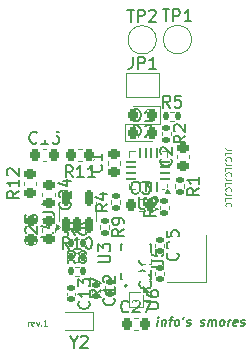
<source format=gbr>
%TF.GenerationSoftware,KiCad,Pcbnew,9.0.0*%
%TF.CreationDate,2025-08-18T16:34:53+09:00*%
%TF.ProjectId,SMORES,534d4f52-4553-42e6-9b69-6361645f7063,rev?*%
%TF.SameCoordinates,Original*%
%TF.FileFunction,Legend,Top*%
%TF.FilePolarity,Positive*%
%FSLAX46Y46*%
G04 Gerber Fmt 4.6, Leading zero omitted, Abs format (unit mm)*
G04 Created by KiCad (PCBNEW 9.0.0) date 2025-08-18 16:34:53*
%MOMM*%
%LPD*%
G01*
G04 APERTURE LIST*
G04 Aperture macros list*
%AMRoundRect*
0 Rectangle with rounded corners*
0 $1 Rounding radius*
0 $2 $3 $4 $5 $6 $7 $8 $9 X,Y pos of 4 corners*
0 Add a 4 corners polygon primitive as box body*
4,1,4,$2,$3,$4,$5,$6,$7,$8,$9,$2,$3,0*
0 Add four circle primitives for the rounded corners*
1,1,$1+$1,$2,$3*
1,1,$1+$1,$4,$5*
1,1,$1+$1,$6,$7*
1,1,$1+$1,$8,$9*
0 Add four rect primitives between the rounded corners*
20,1,$1+$1,$2,$3,$4,$5,0*
20,1,$1+$1,$4,$5,$6,$7,0*
20,1,$1+$1,$6,$7,$8,$9,0*
20,1,$1+$1,$8,$9,$2,$3,0*%
G04 Aperture macros list end*
%ADD10C,0.150000*%
%ADD11C,0.062500*%
%ADD12C,0.120000*%
%ADD13C,0.127000*%
%ADD14C,0.200000*%
%ADD15C,0.010000*%
%ADD16RoundRect,0.225000X-0.225000X-0.250000X0.225000X-0.250000X0.225000X0.250000X-0.225000X0.250000X0*%
%ADD17RoundRect,0.140000X-0.170000X0.140000X-0.170000X-0.140000X0.170000X-0.140000X0.170000X0.140000X0*%
%ADD18RoundRect,0.135000X-0.185000X0.135000X-0.185000X-0.135000X0.185000X-0.135000X0.185000X0.135000X0*%
%ADD19RoundRect,0.218750X-0.218750X-0.256250X0.218750X-0.256250X0.218750X0.256250X-0.218750X0.256250X0*%
%ADD20C,2.000000*%
%ADD21C,0.240000*%
%ADD22RoundRect,0.140000X0.170000X-0.140000X0.170000X0.140000X-0.170000X0.140000X-0.170000X-0.140000X0*%
%ADD23RoundRect,0.135000X-0.135000X-0.185000X0.135000X-0.185000X0.135000X0.185000X-0.135000X0.185000X0*%
%ADD24RoundRect,0.135000X0.185000X-0.135000X0.185000X0.135000X-0.185000X0.135000X-0.185000X-0.135000X0*%
%ADD25RoundRect,0.225000X-0.250000X0.225000X-0.250000X-0.225000X0.250000X-0.225000X0.250000X0.225000X0*%
%ADD26RoundRect,0.150000X0.150000X-0.512500X0.150000X0.512500X-0.150000X0.512500X-0.150000X-0.512500X0*%
%ADD27R,0.600000X1.100000*%
%ADD28RoundRect,0.218750X0.218750X0.256250X-0.218750X0.256250X-0.218750X-0.256250X0.218750X-0.256250X0*%
%ADD29RoundRect,0.225000X0.250000X-0.225000X0.250000X0.225000X-0.250000X0.225000X-0.250000X-0.225000X0*%
%ADD30R,1.200000X1.400000*%
%ADD31RoundRect,0.218750X-0.256250X0.218750X-0.256250X-0.218750X0.256250X-0.218750X0.256250X0.218750X0*%
%ADD32R,1.000000X1.500000*%
%ADD33RoundRect,0.225000X0.225000X0.250000X-0.225000X0.250000X-0.225000X-0.250000X0.225000X-0.250000X0*%
%ADD34RoundRect,0.062500X0.375000X0.062500X-0.375000X0.062500X-0.375000X-0.062500X0.375000X-0.062500X0*%
%ADD35RoundRect,0.062500X0.062500X0.375000X-0.062500X0.375000X-0.062500X-0.375000X0.062500X-0.375000X0*%
%ADD36R,1.600000X1.600000*%
%ADD37C,0.850000*%
%ADD38C,0.650000*%
%ADD39O,1.600000X1.000000*%
%ADD40O,2.100000X1.000000*%
G04 APERTURE END LIST*
D10*
X177022791Y-100900414D02*
X177085291Y-100400414D01*
X177116541Y-100150414D02*
X177076362Y-100186128D01*
X177076362Y-100186128D02*
X177107612Y-100221842D01*
X177107612Y-100221842D02*
X177147791Y-100186128D01*
X177147791Y-100186128D02*
X177116541Y-100150414D01*
X177116541Y-100150414D02*
X177107612Y-100221842D01*
X177442434Y-100400414D02*
X177379934Y-100900414D01*
X177433505Y-100471842D02*
X177473684Y-100436128D01*
X177473684Y-100436128D02*
X177549577Y-100400414D01*
X177549577Y-100400414D02*
X177656719Y-100400414D01*
X177656719Y-100400414D02*
X177723684Y-100436128D01*
X177723684Y-100436128D02*
X177750469Y-100507557D01*
X177750469Y-100507557D02*
X177701362Y-100900414D01*
X178013862Y-100400414D02*
X178299576Y-100400414D01*
X178058505Y-100900414D02*
X178138862Y-100257557D01*
X178138862Y-100257557D02*
X178183505Y-100186128D01*
X178183505Y-100186128D02*
X178259398Y-100150414D01*
X178259398Y-100150414D02*
X178330826Y-100150414D01*
X178594219Y-100900414D02*
X178527254Y-100864700D01*
X178527254Y-100864700D02*
X178496004Y-100828985D01*
X178496004Y-100828985D02*
X178469219Y-100757557D01*
X178469219Y-100757557D02*
X178496004Y-100543271D01*
X178496004Y-100543271D02*
X178540647Y-100471842D01*
X178540647Y-100471842D02*
X178580826Y-100436128D01*
X178580826Y-100436128D02*
X178656719Y-100400414D01*
X178656719Y-100400414D02*
X178763861Y-100400414D01*
X178763861Y-100400414D02*
X178830826Y-100436128D01*
X178830826Y-100436128D02*
X178862076Y-100471842D01*
X178862076Y-100471842D02*
X178888861Y-100543271D01*
X178888861Y-100543271D02*
X178862076Y-100757557D01*
X178862076Y-100757557D02*
X178817433Y-100828985D01*
X178817433Y-100828985D02*
X178777254Y-100864700D01*
X178777254Y-100864700D02*
X178701361Y-100900414D01*
X178701361Y-100900414D02*
X178594219Y-100900414D01*
X179295111Y-100150414D02*
X179205825Y-100293271D01*
X179491540Y-100864700D02*
X179558504Y-100900414D01*
X179558504Y-100900414D02*
X179701361Y-100900414D01*
X179701361Y-100900414D02*
X179777254Y-100864700D01*
X179777254Y-100864700D02*
X179821897Y-100793271D01*
X179821897Y-100793271D02*
X179826361Y-100757557D01*
X179826361Y-100757557D02*
X179799575Y-100686128D01*
X179799575Y-100686128D02*
X179732611Y-100650414D01*
X179732611Y-100650414D02*
X179625468Y-100650414D01*
X179625468Y-100650414D02*
X179558504Y-100614700D01*
X179558504Y-100614700D02*
X179531718Y-100543271D01*
X179531718Y-100543271D02*
X179536183Y-100507557D01*
X179536183Y-100507557D02*
X179580825Y-100436128D01*
X179580825Y-100436128D02*
X179656718Y-100400414D01*
X179656718Y-100400414D02*
X179763861Y-100400414D01*
X179763861Y-100400414D02*
X179830825Y-100436128D01*
X180670112Y-100864700D02*
X180737076Y-100900414D01*
X180737076Y-100900414D02*
X180879933Y-100900414D01*
X180879933Y-100900414D02*
X180955826Y-100864700D01*
X180955826Y-100864700D02*
X181000469Y-100793271D01*
X181000469Y-100793271D02*
X181004933Y-100757557D01*
X181004933Y-100757557D02*
X180978147Y-100686128D01*
X180978147Y-100686128D02*
X180911183Y-100650414D01*
X180911183Y-100650414D02*
X180804040Y-100650414D01*
X180804040Y-100650414D02*
X180737076Y-100614700D01*
X180737076Y-100614700D02*
X180710290Y-100543271D01*
X180710290Y-100543271D02*
X180714755Y-100507557D01*
X180714755Y-100507557D02*
X180759397Y-100436128D01*
X180759397Y-100436128D02*
X180835290Y-100400414D01*
X180835290Y-100400414D02*
X180942433Y-100400414D01*
X180942433Y-100400414D02*
X181009397Y-100436128D01*
X181308505Y-100900414D02*
X181371005Y-100400414D01*
X181362076Y-100471842D02*
X181402255Y-100436128D01*
X181402255Y-100436128D02*
X181478148Y-100400414D01*
X181478148Y-100400414D02*
X181585290Y-100400414D01*
X181585290Y-100400414D02*
X181652255Y-100436128D01*
X181652255Y-100436128D02*
X181679040Y-100507557D01*
X181679040Y-100507557D02*
X181629933Y-100900414D01*
X181679040Y-100507557D02*
X181723683Y-100436128D01*
X181723683Y-100436128D02*
X181799576Y-100400414D01*
X181799576Y-100400414D02*
X181906719Y-100400414D01*
X181906719Y-100400414D02*
X181973683Y-100436128D01*
X181973683Y-100436128D02*
X182000469Y-100507557D01*
X182000469Y-100507557D02*
X181951362Y-100900414D01*
X182415648Y-100900414D02*
X182348683Y-100864700D01*
X182348683Y-100864700D02*
X182317433Y-100828985D01*
X182317433Y-100828985D02*
X182290648Y-100757557D01*
X182290648Y-100757557D02*
X182317433Y-100543271D01*
X182317433Y-100543271D02*
X182362076Y-100471842D01*
X182362076Y-100471842D02*
X182402255Y-100436128D01*
X182402255Y-100436128D02*
X182478148Y-100400414D01*
X182478148Y-100400414D02*
X182585290Y-100400414D01*
X182585290Y-100400414D02*
X182652255Y-100436128D01*
X182652255Y-100436128D02*
X182683505Y-100471842D01*
X182683505Y-100471842D02*
X182710290Y-100543271D01*
X182710290Y-100543271D02*
X182683505Y-100757557D01*
X182683505Y-100757557D02*
X182638862Y-100828985D01*
X182638862Y-100828985D02*
X182598683Y-100864700D01*
X182598683Y-100864700D02*
X182522790Y-100900414D01*
X182522790Y-100900414D02*
X182415648Y-100900414D01*
X182987076Y-100900414D02*
X183049576Y-100400414D01*
X183031719Y-100543271D02*
X183076361Y-100471842D01*
X183076361Y-100471842D02*
X183116540Y-100436128D01*
X183116540Y-100436128D02*
X183192433Y-100400414D01*
X183192433Y-100400414D02*
X183263861Y-100400414D01*
X183741540Y-100864700D02*
X183665647Y-100900414D01*
X183665647Y-100900414D02*
X183522790Y-100900414D01*
X183522790Y-100900414D02*
X183455826Y-100864700D01*
X183455826Y-100864700D02*
X183429040Y-100793271D01*
X183429040Y-100793271D02*
X183464755Y-100507557D01*
X183464755Y-100507557D02*
X183509397Y-100436128D01*
X183509397Y-100436128D02*
X183585290Y-100400414D01*
X183585290Y-100400414D02*
X183728147Y-100400414D01*
X183728147Y-100400414D02*
X183795112Y-100436128D01*
X183795112Y-100436128D02*
X183821897Y-100507557D01*
X183821897Y-100507557D02*
X183812969Y-100578985D01*
X183812969Y-100578985D02*
X183446897Y-100650414D01*
X184062969Y-100864700D02*
X184129933Y-100900414D01*
X184129933Y-100900414D02*
X184272790Y-100900414D01*
X184272790Y-100900414D02*
X184348683Y-100864700D01*
X184348683Y-100864700D02*
X184393326Y-100793271D01*
X184393326Y-100793271D02*
X184397790Y-100757557D01*
X184397790Y-100757557D02*
X184371004Y-100686128D01*
X184371004Y-100686128D02*
X184304040Y-100650414D01*
X184304040Y-100650414D02*
X184196897Y-100650414D01*
X184196897Y-100650414D02*
X184129933Y-100614700D01*
X184129933Y-100614700D02*
X184103147Y-100543271D01*
X184103147Y-100543271D02*
X184107612Y-100507557D01*
X184107612Y-100507557D02*
X184152254Y-100436128D01*
X184152254Y-100436128D02*
X184228147Y-100400414D01*
X184228147Y-100400414D02*
X184335290Y-100400414D01*
X184335290Y-100400414D02*
X184402254Y-100436128D01*
D11*
X166060165Y-100885559D02*
X166060165Y-100552226D01*
X166060165Y-100647464D02*
X166083975Y-100599845D01*
X166083975Y-100599845D02*
X166107784Y-100576035D01*
X166107784Y-100576035D02*
X166155403Y-100552226D01*
X166155403Y-100552226D02*
X166203022Y-100552226D01*
X166560165Y-100861750D02*
X166512546Y-100885559D01*
X166512546Y-100885559D02*
X166417308Y-100885559D01*
X166417308Y-100885559D02*
X166369689Y-100861750D01*
X166369689Y-100861750D02*
X166345880Y-100814130D01*
X166345880Y-100814130D02*
X166345880Y-100623654D01*
X166345880Y-100623654D02*
X166369689Y-100576035D01*
X166369689Y-100576035D02*
X166417308Y-100552226D01*
X166417308Y-100552226D02*
X166512546Y-100552226D01*
X166512546Y-100552226D02*
X166560165Y-100576035D01*
X166560165Y-100576035D02*
X166583975Y-100623654D01*
X166583975Y-100623654D02*
X166583975Y-100671273D01*
X166583975Y-100671273D02*
X166345880Y-100718892D01*
X166750641Y-100552226D02*
X166869689Y-100885559D01*
X166869689Y-100885559D02*
X166988736Y-100552226D01*
X167179212Y-100837940D02*
X167203022Y-100861750D01*
X167203022Y-100861750D02*
X167179212Y-100885559D01*
X167179212Y-100885559D02*
X167155403Y-100861750D01*
X167155403Y-100861750D02*
X167179212Y-100837940D01*
X167179212Y-100837940D02*
X167179212Y-100885559D01*
X167679212Y-100885559D02*
X167393498Y-100885559D01*
X167536355Y-100885559D02*
X167536355Y-100385559D01*
X167536355Y-100385559D02*
X167488736Y-100456988D01*
X167488736Y-100456988D02*
X167441117Y-100504607D01*
X167441117Y-100504607D02*
X167393498Y-100528416D01*
X183264440Y-86003022D02*
X182907297Y-86003022D01*
X182907297Y-86003022D02*
X182835869Y-85979213D01*
X182835869Y-85979213D02*
X182788250Y-85931594D01*
X182788250Y-85931594D02*
X182764440Y-85860165D01*
X182764440Y-85860165D02*
X182764440Y-85812546D01*
X182764440Y-86479212D02*
X182764440Y-86241117D01*
X182764440Y-86241117D02*
X183264440Y-86241117D01*
X182812059Y-86931593D02*
X182788250Y-86907784D01*
X182788250Y-86907784D02*
X182764440Y-86836355D01*
X182764440Y-86836355D02*
X182764440Y-86788736D01*
X182764440Y-86788736D02*
X182788250Y-86717308D01*
X182788250Y-86717308D02*
X182835869Y-86669689D01*
X182835869Y-86669689D02*
X182883488Y-86645879D01*
X182883488Y-86645879D02*
X182978726Y-86622070D01*
X182978726Y-86622070D02*
X183050154Y-86622070D01*
X183050154Y-86622070D02*
X183145392Y-86645879D01*
X183145392Y-86645879D02*
X183193011Y-86669689D01*
X183193011Y-86669689D02*
X183240630Y-86717308D01*
X183240630Y-86717308D02*
X183264440Y-86788736D01*
X183264440Y-86788736D02*
X183264440Y-86836355D01*
X183264440Y-86836355D02*
X183240630Y-86907784D01*
X183240630Y-86907784D02*
X183216821Y-86931593D01*
X183264440Y-87288736D02*
X182907297Y-87288736D01*
X182907297Y-87288736D02*
X182835869Y-87264927D01*
X182835869Y-87264927D02*
X182788250Y-87217308D01*
X182788250Y-87217308D02*
X182764440Y-87145879D01*
X182764440Y-87145879D02*
X182764440Y-87098260D01*
X182764440Y-87764926D02*
X182764440Y-87526831D01*
X182764440Y-87526831D02*
X183264440Y-87526831D01*
X182812059Y-88217307D02*
X182788250Y-88193498D01*
X182788250Y-88193498D02*
X182764440Y-88122069D01*
X182764440Y-88122069D02*
X182764440Y-88074450D01*
X182764440Y-88074450D02*
X182788250Y-88003022D01*
X182788250Y-88003022D02*
X182835869Y-87955403D01*
X182835869Y-87955403D02*
X182883488Y-87931593D01*
X182883488Y-87931593D02*
X182978726Y-87907784D01*
X182978726Y-87907784D02*
X183050154Y-87907784D01*
X183050154Y-87907784D02*
X183145392Y-87931593D01*
X183145392Y-87931593D02*
X183193011Y-87955403D01*
X183193011Y-87955403D02*
X183240630Y-88003022D01*
X183240630Y-88003022D02*
X183264440Y-88074450D01*
X183264440Y-88074450D02*
X183264440Y-88122069D01*
X183264440Y-88122069D02*
X183240630Y-88193498D01*
X183240630Y-88193498D02*
X183216821Y-88217307D01*
X183264440Y-88574450D02*
X182907297Y-88574450D01*
X182907297Y-88574450D02*
X182835869Y-88550641D01*
X182835869Y-88550641D02*
X182788250Y-88503022D01*
X182788250Y-88503022D02*
X182764440Y-88431593D01*
X182764440Y-88431593D02*
X182764440Y-88383974D01*
X182764440Y-89050640D02*
X182764440Y-88812545D01*
X182764440Y-88812545D02*
X183264440Y-88812545D01*
X182812059Y-89503021D02*
X182788250Y-89479212D01*
X182788250Y-89479212D02*
X182764440Y-89407783D01*
X182764440Y-89407783D02*
X182764440Y-89360164D01*
X182764440Y-89360164D02*
X182788250Y-89288736D01*
X182788250Y-89288736D02*
X182835869Y-89241117D01*
X182835869Y-89241117D02*
X182883488Y-89217307D01*
X182883488Y-89217307D02*
X182978726Y-89193498D01*
X182978726Y-89193498D02*
X183050154Y-89193498D01*
X183050154Y-89193498D02*
X183145392Y-89217307D01*
X183145392Y-89217307D02*
X183193011Y-89241117D01*
X183193011Y-89241117D02*
X183240630Y-89288736D01*
X183240630Y-89288736D02*
X183264440Y-89360164D01*
X183264440Y-89360164D02*
X183264440Y-89407783D01*
X183264440Y-89407783D02*
X183240630Y-89479212D01*
X183240630Y-89479212D02*
X183216821Y-89503021D01*
X183264440Y-89860164D02*
X182907297Y-89860164D01*
X182907297Y-89860164D02*
X182835869Y-89836355D01*
X182835869Y-89836355D02*
X182788250Y-89788736D01*
X182788250Y-89788736D02*
X182764440Y-89717307D01*
X182764440Y-89717307D02*
X182764440Y-89669688D01*
X182764440Y-90336354D02*
X182764440Y-90098259D01*
X182764440Y-90098259D02*
X183264440Y-90098259D01*
X182812059Y-90788735D02*
X182788250Y-90764926D01*
X182788250Y-90764926D02*
X182764440Y-90693497D01*
X182764440Y-90693497D02*
X182764440Y-90645878D01*
X182764440Y-90645878D02*
X182788250Y-90574450D01*
X182788250Y-90574450D02*
X182835869Y-90526831D01*
X182835869Y-90526831D02*
X182883488Y-90503021D01*
X182883488Y-90503021D02*
X182978726Y-90479212D01*
X182978726Y-90479212D02*
X183050154Y-90479212D01*
X183050154Y-90479212D02*
X183145392Y-90503021D01*
X183145392Y-90503021D02*
X183193011Y-90526831D01*
X183193011Y-90526831D02*
X183240630Y-90574450D01*
X183240630Y-90574450D02*
X183264440Y-90645878D01*
X183264440Y-90645878D02*
X183264440Y-90693497D01*
X183264440Y-90693497D02*
X183240630Y-90764926D01*
X183240630Y-90764926D02*
X183216821Y-90788735D01*
D10*
X166807142Y-85379580D02*
X166759523Y-85427200D01*
X166759523Y-85427200D02*
X166616666Y-85474819D01*
X166616666Y-85474819D02*
X166521428Y-85474819D01*
X166521428Y-85474819D02*
X166378571Y-85427200D01*
X166378571Y-85427200D02*
X166283333Y-85331961D01*
X166283333Y-85331961D02*
X166235714Y-85236723D01*
X166235714Y-85236723D02*
X166188095Y-85046247D01*
X166188095Y-85046247D02*
X166188095Y-84903390D01*
X166188095Y-84903390D02*
X166235714Y-84712914D01*
X166235714Y-84712914D02*
X166283333Y-84617676D01*
X166283333Y-84617676D02*
X166378571Y-84522438D01*
X166378571Y-84522438D02*
X166521428Y-84474819D01*
X166521428Y-84474819D02*
X166616666Y-84474819D01*
X166616666Y-84474819D02*
X166759523Y-84522438D01*
X166759523Y-84522438D02*
X166807142Y-84570057D01*
X167759523Y-85474819D02*
X167188095Y-85474819D01*
X167473809Y-85474819D02*
X167473809Y-84474819D01*
X167473809Y-84474819D02*
X167378571Y-84617676D01*
X167378571Y-84617676D02*
X167283333Y-84712914D01*
X167283333Y-84712914D02*
X167188095Y-84760533D01*
X168664285Y-84474819D02*
X168188095Y-84474819D01*
X168188095Y-84474819D02*
X168140476Y-84951009D01*
X168140476Y-84951009D02*
X168188095Y-84903390D01*
X168188095Y-84903390D02*
X168283333Y-84855771D01*
X168283333Y-84855771D02*
X168521428Y-84855771D01*
X168521428Y-84855771D02*
X168616666Y-84903390D01*
X168616666Y-84903390D02*
X168664285Y-84951009D01*
X168664285Y-84951009D02*
X168711904Y-85046247D01*
X168711904Y-85046247D02*
X168711904Y-85284342D01*
X168711904Y-85284342D02*
X168664285Y-85379580D01*
X168664285Y-85379580D02*
X168616666Y-85427200D01*
X168616666Y-85427200D02*
X168521428Y-85474819D01*
X168521428Y-85474819D02*
X168283333Y-85474819D01*
X168283333Y-85474819D02*
X168188095Y-85427200D01*
X168188095Y-85427200D02*
X168140476Y-85379580D01*
X171219580Y-98842857D02*
X171267200Y-98890476D01*
X171267200Y-98890476D02*
X171314819Y-99033333D01*
X171314819Y-99033333D02*
X171314819Y-99128571D01*
X171314819Y-99128571D02*
X171267200Y-99271428D01*
X171267200Y-99271428D02*
X171171961Y-99366666D01*
X171171961Y-99366666D02*
X171076723Y-99414285D01*
X171076723Y-99414285D02*
X170886247Y-99461904D01*
X170886247Y-99461904D02*
X170743390Y-99461904D01*
X170743390Y-99461904D02*
X170552914Y-99414285D01*
X170552914Y-99414285D02*
X170457676Y-99366666D01*
X170457676Y-99366666D02*
X170362438Y-99271428D01*
X170362438Y-99271428D02*
X170314819Y-99128571D01*
X170314819Y-99128571D02*
X170314819Y-99033333D01*
X170314819Y-99033333D02*
X170362438Y-98890476D01*
X170362438Y-98890476D02*
X170410057Y-98842857D01*
X171314819Y-97890476D02*
X171314819Y-98461904D01*
X171314819Y-98176190D02*
X170314819Y-98176190D01*
X170314819Y-98176190D02*
X170457676Y-98271428D01*
X170457676Y-98271428D02*
X170552914Y-98366666D01*
X170552914Y-98366666D02*
X170600533Y-98461904D01*
X170314819Y-97557142D02*
X170314819Y-96938095D01*
X170314819Y-96938095D02*
X170695771Y-97271428D01*
X170695771Y-97271428D02*
X170695771Y-97128571D01*
X170695771Y-97128571D02*
X170743390Y-97033333D01*
X170743390Y-97033333D02*
X170791009Y-96985714D01*
X170791009Y-96985714D02*
X170886247Y-96938095D01*
X170886247Y-96938095D02*
X171124342Y-96938095D01*
X171124342Y-96938095D02*
X171219580Y-96985714D01*
X171219580Y-96985714D02*
X171267200Y-97033333D01*
X171267200Y-97033333D02*
X171314819Y-97128571D01*
X171314819Y-97128571D02*
X171314819Y-97414285D01*
X171314819Y-97414285D02*
X171267200Y-97509523D01*
X171267200Y-97509523D02*
X171219580Y-97557142D01*
X174174819Y-92716666D02*
X173698628Y-93049999D01*
X174174819Y-93288094D02*
X173174819Y-93288094D01*
X173174819Y-93288094D02*
X173174819Y-92907142D01*
X173174819Y-92907142D02*
X173222438Y-92811904D01*
X173222438Y-92811904D02*
X173270057Y-92764285D01*
X173270057Y-92764285D02*
X173365295Y-92716666D01*
X173365295Y-92716666D02*
X173508152Y-92716666D01*
X173508152Y-92716666D02*
X173603390Y-92764285D01*
X173603390Y-92764285D02*
X173651009Y-92811904D01*
X173651009Y-92811904D02*
X173698628Y-92907142D01*
X173698628Y-92907142D02*
X173698628Y-93288094D01*
X174174819Y-92240475D02*
X174174819Y-92049999D01*
X174174819Y-92049999D02*
X174127200Y-91954761D01*
X174127200Y-91954761D02*
X174079580Y-91907142D01*
X174079580Y-91907142D02*
X173936723Y-91811904D01*
X173936723Y-91811904D02*
X173746247Y-91764285D01*
X173746247Y-91764285D02*
X173365295Y-91764285D01*
X173365295Y-91764285D02*
X173270057Y-91811904D01*
X173270057Y-91811904D02*
X173222438Y-91859523D01*
X173222438Y-91859523D02*
X173174819Y-91954761D01*
X173174819Y-91954761D02*
X173174819Y-92145237D01*
X173174819Y-92145237D02*
X173222438Y-92240475D01*
X173222438Y-92240475D02*
X173270057Y-92288094D01*
X173270057Y-92288094D02*
X173365295Y-92335713D01*
X173365295Y-92335713D02*
X173603390Y-92335713D01*
X173603390Y-92335713D02*
X173698628Y-92288094D01*
X173698628Y-92288094D02*
X173746247Y-92240475D01*
X173746247Y-92240475D02*
X173793866Y-92145237D01*
X173793866Y-92145237D02*
X173793866Y-91954761D01*
X173793866Y-91954761D02*
X173746247Y-91859523D01*
X173746247Y-91859523D02*
X173698628Y-91811904D01*
X173698628Y-91811904D02*
X173603390Y-91764285D01*
X175036905Y-83574819D02*
X175036905Y-82574819D01*
X175036905Y-82574819D02*
X175275000Y-82574819D01*
X175275000Y-82574819D02*
X175417857Y-82622438D01*
X175417857Y-82622438D02*
X175513095Y-82717676D01*
X175513095Y-82717676D02*
X175560714Y-82812914D01*
X175560714Y-82812914D02*
X175608333Y-83003390D01*
X175608333Y-83003390D02*
X175608333Y-83146247D01*
X175608333Y-83146247D02*
X175560714Y-83336723D01*
X175560714Y-83336723D02*
X175513095Y-83431961D01*
X175513095Y-83431961D02*
X175417857Y-83527200D01*
X175417857Y-83527200D02*
X175275000Y-83574819D01*
X175275000Y-83574819D02*
X175036905Y-83574819D01*
X176560714Y-83574819D02*
X175989286Y-83574819D01*
X176275000Y-83574819D02*
X176275000Y-82574819D01*
X176275000Y-82574819D02*
X176179762Y-82717676D01*
X176179762Y-82717676D02*
X176084524Y-82812914D01*
X176084524Y-82812914D02*
X175989286Y-82860533D01*
X178719580Y-94742857D02*
X178767200Y-94790476D01*
X178767200Y-94790476D02*
X178814819Y-94933333D01*
X178814819Y-94933333D02*
X178814819Y-95028571D01*
X178814819Y-95028571D02*
X178767200Y-95171428D01*
X178767200Y-95171428D02*
X178671961Y-95266666D01*
X178671961Y-95266666D02*
X178576723Y-95314285D01*
X178576723Y-95314285D02*
X178386247Y-95361904D01*
X178386247Y-95361904D02*
X178243390Y-95361904D01*
X178243390Y-95361904D02*
X178052914Y-95314285D01*
X178052914Y-95314285D02*
X177957676Y-95266666D01*
X177957676Y-95266666D02*
X177862438Y-95171428D01*
X177862438Y-95171428D02*
X177814819Y-95028571D01*
X177814819Y-95028571D02*
X177814819Y-94933333D01*
X177814819Y-94933333D02*
X177862438Y-94790476D01*
X177862438Y-94790476D02*
X177910057Y-94742857D01*
X177910057Y-94361904D02*
X177862438Y-94314285D01*
X177862438Y-94314285D02*
X177814819Y-94219047D01*
X177814819Y-94219047D02*
X177814819Y-93980952D01*
X177814819Y-93980952D02*
X177862438Y-93885714D01*
X177862438Y-93885714D02*
X177910057Y-93838095D01*
X177910057Y-93838095D02*
X178005295Y-93790476D01*
X178005295Y-93790476D02*
X178100533Y-93790476D01*
X178100533Y-93790476D02*
X178243390Y-93838095D01*
X178243390Y-93838095D02*
X178814819Y-94409523D01*
X178814819Y-94409523D02*
X178814819Y-93790476D01*
X177814819Y-92885714D02*
X177814819Y-93361904D01*
X177814819Y-93361904D02*
X178291009Y-93409523D01*
X178291009Y-93409523D02*
X178243390Y-93361904D01*
X178243390Y-93361904D02*
X178195771Y-93266666D01*
X178195771Y-93266666D02*
X178195771Y-93028571D01*
X178195771Y-93028571D02*
X178243390Y-92933333D01*
X178243390Y-92933333D02*
X178291009Y-92885714D01*
X178291009Y-92885714D02*
X178386247Y-92838095D01*
X178386247Y-92838095D02*
X178624342Y-92838095D01*
X178624342Y-92838095D02*
X178719580Y-92885714D01*
X178719580Y-92885714D02*
X178767200Y-92933333D01*
X178767200Y-92933333D02*
X178814819Y-93028571D01*
X178814819Y-93028571D02*
X178814819Y-93266666D01*
X178814819Y-93266666D02*
X178767200Y-93361904D01*
X178767200Y-93361904D02*
X178719580Y-93409523D01*
X177458095Y-74126819D02*
X178029523Y-74126819D01*
X177743809Y-75126819D02*
X177743809Y-74126819D01*
X178362857Y-75126819D02*
X178362857Y-74126819D01*
X178362857Y-74126819D02*
X178743809Y-74126819D01*
X178743809Y-74126819D02*
X178839047Y-74174438D01*
X178839047Y-74174438D02*
X178886666Y-74222057D01*
X178886666Y-74222057D02*
X178934285Y-74317295D01*
X178934285Y-74317295D02*
X178934285Y-74460152D01*
X178934285Y-74460152D02*
X178886666Y-74555390D01*
X178886666Y-74555390D02*
X178839047Y-74603009D01*
X178839047Y-74603009D02*
X178743809Y-74650628D01*
X178743809Y-74650628D02*
X178362857Y-74650628D01*
X179886666Y-75126819D02*
X179315238Y-75126819D01*
X179600952Y-75126819D02*
X179600952Y-74126819D01*
X179600952Y-74126819D02*
X179505714Y-74269676D01*
X179505714Y-74269676D02*
X179410476Y-74364914D01*
X179410476Y-74364914D02*
X179315238Y-74412533D01*
X176099819Y-99461904D02*
X176909342Y-99461904D01*
X176909342Y-99461904D02*
X177004580Y-99414285D01*
X177004580Y-99414285D02*
X177052200Y-99366666D01*
X177052200Y-99366666D02*
X177099819Y-99271428D01*
X177099819Y-99271428D02*
X177099819Y-99080952D01*
X177099819Y-99080952D02*
X177052200Y-98985714D01*
X177052200Y-98985714D02*
X177004580Y-98938095D01*
X177004580Y-98938095D02*
X176909342Y-98890476D01*
X176909342Y-98890476D02*
X176099819Y-98890476D01*
X176099819Y-97985714D02*
X176099819Y-98176190D01*
X176099819Y-98176190D02*
X176147438Y-98271428D01*
X176147438Y-98271428D02*
X176195057Y-98319047D01*
X176195057Y-98319047D02*
X176337914Y-98414285D01*
X176337914Y-98414285D02*
X176528390Y-98461904D01*
X176528390Y-98461904D02*
X176909342Y-98461904D01*
X176909342Y-98461904D02*
X177004580Y-98414285D01*
X177004580Y-98414285D02*
X177052200Y-98366666D01*
X177052200Y-98366666D02*
X177099819Y-98271428D01*
X177099819Y-98271428D02*
X177099819Y-98080952D01*
X177099819Y-98080952D02*
X177052200Y-97985714D01*
X177052200Y-97985714D02*
X177004580Y-97938095D01*
X177004580Y-97938095D02*
X176909342Y-97890476D01*
X176909342Y-97890476D02*
X176671247Y-97890476D01*
X176671247Y-97890476D02*
X176576009Y-97938095D01*
X176576009Y-97938095D02*
X176528390Y-97985714D01*
X176528390Y-97985714D02*
X176480771Y-98080952D01*
X176480771Y-98080952D02*
X176480771Y-98271428D01*
X176480771Y-98271428D02*
X176528390Y-98366666D01*
X176528390Y-98366666D02*
X176576009Y-98414285D01*
X176576009Y-98414285D02*
X176671247Y-98461904D01*
X172019819Y-95539904D02*
X172829342Y-95539904D01*
X172829342Y-95539904D02*
X172924580Y-95492285D01*
X172924580Y-95492285D02*
X172972200Y-95444666D01*
X172972200Y-95444666D02*
X173019819Y-95349428D01*
X173019819Y-95349428D02*
X173019819Y-95158952D01*
X173019819Y-95158952D02*
X172972200Y-95063714D01*
X172972200Y-95063714D02*
X172924580Y-95016095D01*
X172924580Y-95016095D02*
X172829342Y-94968476D01*
X172829342Y-94968476D02*
X172019819Y-94968476D01*
X172019819Y-94587523D02*
X172019819Y-93968476D01*
X172019819Y-93968476D02*
X172400771Y-94301809D01*
X172400771Y-94301809D02*
X172400771Y-94158952D01*
X172400771Y-94158952D02*
X172448390Y-94063714D01*
X172448390Y-94063714D02*
X172496009Y-94016095D01*
X172496009Y-94016095D02*
X172591247Y-93968476D01*
X172591247Y-93968476D02*
X172829342Y-93968476D01*
X172829342Y-93968476D02*
X172924580Y-94016095D01*
X172924580Y-94016095D02*
X172972200Y-94063714D01*
X172972200Y-94063714D02*
X173019819Y-94158952D01*
X173019819Y-94158952D02*
X173019819Y-94444666D01*
X173019819Y-94444666D02*
X172972200Y-94539904D01*
X172972200Y-94539904D02*
X172924580Y-94587523D01*
X176399580Y-97142857D02*
X176447200Y-97190476D01*
X176447200Y-97190476D02*
X176494819Y-97333333D01*
X176494819Y-97333333D02*
X176494819Y-97428571D01*
X176494819Y-97428571D02*
X176447200Y-97571428D01*
X176447200Y-97571428D02*
X176351961Y-97666666D01*
X176351961Y-97666666D02*
X176256723Y-97714285D01*
X176256723Y-97714285D02*
X176066247Y-97761904D01*
X176066247Y-97761904D02*
X175923390Y-97761904D01*
X175923390Y-97761904D02*
X175732914Y-97714285D01*
X175732914Y-97714285D02*
X175637676Y-97666666D01*
X175637676Y-97666666D02*
X175542438Y-97571428D01*
X175542438Y-97571428D02*
X175494819Y-97428571D01*
X175494819Y-97428571D02*
X175494819Y-97333333D01*
X175494819Y-97333333D02*
X175542438Y-97190476D01*
X175542438Y-97190476D02*
X175590057Y-97142857D01*
X175590057Y-96761904D02*
X175542438Y-96714285D01*
X175542438Y-96714285D02*
X175494819Y-96619047D01*
X175494819Y-96619047D02*
X175494819Y-96380952D01*
X175494819Y-96380952D02*
X175542438Y-96285714D01*
X175542438Y-96285714D02*
X175590057Y-96238095D01*
X175590057Y-96238095D02*
X175685295Y-96190476D01*
X175685295Y-96190476D02*
X175780533Y-96190476D01*
X175780533Y-96190476D02*
X175923390Y-96238095D01*
X175923390Y-96238095D02*
X176494819Y-96809523D01*
X176494819Y-96809523D02*
X176494819Y-96190476D01*
X175494819Y-95333333D02*
X175494819Y-95523809D01*
X175494819Y-95523809D02*
X175542438Y-95619047D01*
X175542438Y-95619047D02*
X175590057Y-95666666D01*
X175590057Y-95666666D02*
X175732914Y-95761904D01*
X175732914Y-95761904D02*
X175923390Y-95809523D01*
X175923390Y-95809523D02*
X176304342Y-95809523D01*
X176304342Y-95809523D02*
X176399580Y-95761904D01*
X176399580Y-95761904D02*
X176447200Y-95714285D01*
X176447200Y-95714285D02*
X176494819Y-95619047D01*
X176494819Y-95619047D02*
X176494819Y-95428571D01*
X176494819Y-95428571D02*
X176447200Y-95333333D01*
X176447200Y-95333333D02*
X176399580Y-95285714D01*
X176399580Y-95285714D02*
X176304342Y-95238095D01*
X176304342Y-95238095D02*
X176066247Y-95238095D01*
X176066247Y-95238095D02*
X175971009Y-95285714D01*
X175971009Y-95285714D02*
X175923390Y-95333333D01*
X175923390Y-95333333D02*
X175875771Y-95428571D01*
X175875771Y-95428571D02*
X175875771Y-95619047D01*
X175875771Y-95619047D02*
X175923390Y-95714285D01*
X175923390Y-95714285D02*
X175971009Y-95761904D01*
X175971009Y-95761904D02*
X176066247Y-95809523D01*
X169557142Y-94384819D02*
X169223809Y-93908628D01*
X168985714Y-94384819D02*
X168985714Y-93384819D01*
X168985714Y-93384819D02*
X169366666Y-93384819D01*
X169366666Y-93384819D02*
X169461904Y-93432438D01*
X169461904Y-93432438D02*
X169509523Y-93480057D01*
X169509523Y-93480057D02*
X169557142Y-93575295D01*
X169557142Y-93575295D02*
X169557142Y-93718152D01*
X169557142Y-93718152D02*
X169509523Y-93813390D01*
X169509523Y-93813390D02*
X169461904Y-93861009D01*
X169461904Y-93861009D02*
X169366666Y-93908628D01*
X169366666Y-93908628D02*
X168985714Y-93908628D01*
X170509523Y-94384819D02*
X169938095Y-94384819D01*
X170223809Y-94384819D02*
X170223809Y-93384819D01*
X170223809Y-93384819D02*
X170128571Y-93527676D01*
X170128571Y-93527676D02*
X170033333Y-93622914D01*
X170033333Y-93622914D02*
X169938095Y-93670533D01*
X171128571Y-93384819D02*
X171223809Y-93384819D01*
X171223809Y-93384819D02*
X171319047Y-93432438D01*
X171319047Y-93432438D02*
X171366666Y-93480057D01*
X171366666Y-93480057D02*
X171414285Y-93575295D01*
X171414285Y-93575295D02*
X171461904Y-93765771D01*
X171461904Y-93765771D02*
X171461904Y-94003866D01*
X171461904Y-94003866D02*
X171414285Y-94194342D01*
X171414285Y-94194342D02*
X171366666Y-94289580D01*
X171366666Y-94289580D02*
X171319047Y-94337200D01*
X171319047Y-94337200D02*
X171223809Y-94384819D01*
X171223809Y-94384819D02*
X171128571Y-94384819D01*
X171128571Y-94384819D02*
X171033333Y-94337200D01*
X171033333Y-94337200D02*
X170985714Y-94289580D01*
X170985714Y-94289580D02*
X170938095Y-94194342D01*
X170938095Y-94194342D02*
X170890476Y-94003866D01*
X170890476Y-94003866D02*
X170890476Y-93765771D01*
X170890476Y-93765771D02*
X170938095Y-93575295D01*
X170938095Y-93575295D02*
X170985714Y-93480057D01*
X170985714Y-93480057D02*
X171033333Y-93432438D01*
X171033333Y-93432438D02*
X171128571Y-93384819D01*
X170023333Y-95584819D02*
X169690000Y-95108628D01*
X169451905Y-95584819D02*
X169451905Y-94584819D01*
X169451905Y-94584819D02*
X169832857Y-94584819D01*
X169832857Y-94584819D02*
X169928095Y-94632438D01*
X169928095Y-94632438D02*
X169975714Y-94680057D01*
X169975714Y-94680057D02*
X170023333Y-94775295D01*
X170023333Y-94775295D02*
X170023333Y-94918152D01*
X170023333Y-94918152D02*
X169975714Y-95013390D01*
X169975714Y-95013390D02*
X169928095Y-95061009D01*
X169928095Y-95061009D02*
X169832857Y-95108628D01*
X169832857Y-95108628D02*
X169451905Y-95108628D01*
X170594762Y-95013390D02*
X170499524Y-94965771D01*
X170499524Y-94965771D02*
X170451905Y-94918152D01*
X170451905Y-94918152D02*
X170404286Y-94822914D01*
X170404286Y-94822914D02*
X170404286Y-94775295D01*
X170404286Y-94775295D02*
X170451905Y-94680057D01*
X170451905Y-94680057D02*
X170499524Y-94632438D01*
X170499524Y-94632438D02*
X170594762Y-94584819D01*
X170594762Y-94584819D02*
X170785238Y-94584819D01*
X170785238Y-94584819D02*
X170880476Y-94632438D01*
X170880476Y-94632438D02*
X170928095Y-94680057D01*
X170928095Y-94680057D02*
X170975714Y-94775295D01*
X170975714Y-94775295D02*
X170975714Y-94822914D01*
X170975714Y-94822914D02*
X170928095Y-94918152D01*
X170928095Y-94918152D02*
X170880476Y-94965771D01*
X170880476Y-94965771D02*
X170785238Y-95013390D01*
X170785238Y-95013390D02*
X170594762Y-95013390D01*
X170594762Y-95013390D02*
X170499524Y-95061009D01*
X170499524Y-95061009D02*
X170451905Y-95108628D01*
X170451905Y-95108628D02*
X170404286Y-95203866D01*
X170404286Y-95203866D02*
X170404286Y-95394342D01*
X170404286Y-95394342D02*
X170451905Y-95489580D01*
X170451905Y-95489580D02*
X170499524Y-95537200D01*
X170499524Y-95537200D02*
X170594762Y-95584819D01*
X170594762Y-95584819D02*
X170785238Y-95584819D01*
X170785238Y-95584819D02*
X170880476Y-95537200D01*
X170880476Y-95537200D02*
X170928095Y-95489580D01*
X170928095Y-95489580D02*
X170975714Y-95394342D01*
X170975714Y-95394342D02*
X170975714Y-95203866D01*
X170975714Y-95203866D02*
X170928095Y-95108628D01*
X170928095Y-95108628D02*
X170880476Y-95061009D01*
X170880476Y-95061009D02*
X170785238Y-95013390D01*
X172284819Y-97866666D02*
X171808628Y-98199999D01*
X172284819Y-98438094D02*
X171284819Y-98438094D01*
X171284819Y-98438094D02*
X171284819Y-98057142D01*
X171284819Y-98057142D02*
X171332438Y-97961904D01*
X171332438Y-97961904D02*
X171380057Y-97914285D01*
X171380057Y-97914285D02*
X171475295Y-97866666D01*
X171475295Y-97866666D02*
X171618152Y-97866666D01*
X171618152Y-97866666D02*
X171713390Y-97914285D01*
X171713390Y-97914285D02*
X171761009Y-97961904D01*
X171761009Y-97961904D02*
X171808628Y-98057142D01*
X171808628Y-98057142D02*
X171808628Y-98438094D01*
X171284819Y-97533332D02*
X171284819Y-96866666D01*
X171284819Y-96866666D02*
X172284819Y-97295237D01*
X178095833Y-82434819D02*
X177762500Y-81958628D01*
X177524405Y-82434819D02*
X177524405Y-81434819D01*
X177524405Y-81434819D02*
X177905357Y-81434819D01*
X177905357Y-81434819D02*
X178000595Y-81482438D01*
X178000595Y-81482438D02*
X178048214Y-81530057D01*
X178048214Y-81530057D02*
X178095833Y-81625295D01*
X178095833Y-81625295D02*
X178095833Y-81768152D01*
X178095833Y-81768152D02*
X178048214Y-81863390D01*
X178048214Y-81863390D02*
X178000595Y-81911009D01*
X178000595Y-81911009D02*
X177905357Y-81958628D01*
X177905357Y-81958628D02*
X177524405Y-81958628D01*
X179000595Y-81434819D02*
X178524405Y-81434819D01*
X178524405Y-81434819D02*
X178476786Y-81911009D01*
X178476786Y-81911009D02*
X178524405Y-81863390D01*
X178524405Y-81863390D02*
X178619643Y-81815771D01*
X178619643Y-81815771D02*
X178857738Y-81815771D01*
X178857738Y-81815771D02*
X178952976Y-81863390D01*
X178952976Y-81863390D02*
X179000595Y-81911009D01*
X179000595Y-81911009D02*
X179048214Y-82006247D01*
X179048214Y-82006247D02*
X179048214Y-82244342D01*
X179048214Y-82244342D02*
X179000595Y-82339580D01*
X179000595Y-82339580D02*
X178952976Y-82387200D01*
X178952976Y-82387200D02*
X178857738Y-82434819D01*
X178857738Y-82434819D02*
X178619643Y-82434819D01*
X178619643Y-82434819D02*
X178524405Y-82387200D01*
X178524405Y-82387200D02*
X178476786Y-82339580D01*
X169589580Y-90417857D02*
X169637200Y-90465476D01*
X169637200Y-90465476D02*
X169684819Y-90608333D01*
X169684819Y-90608333D02*
X169684819Y-90703571D01*
X169684819Y-90703571D02*
X169637200Y-90846428D01*
X169637200Y-90846428D02*
X169541961Y-90941666D01*
X169541961Y-90941666D02*
X169446723Y-90989285D01*
X169446723Y-90989285D02*
X169256247Y-91036904D01*
X169256247Y-91036904D02*
X169113390Y-91036904D01*
X169113390Y-91036904D02*
X168922914Y-90989285D01*
X168922914Y-90989285D02*
X168827676Y-90941666D01*
X168827676Y-90941666D02*
X168732438Y-90846428D01*
X168732438Y-90846428D02*
X168684819Y-90703571D01*
X168684819Y-90703571D02*
X168684819Y-90608333D01*
X168684819Y-90608333D02*
X168732438Y-90465476D01*
X168732438Y-90465476D02*
X168780057Y-90417857D01*
X168780057Y-90036904D02*
X168732438Y-89989285D01*
X168732438Y-89989285D02*
X168684819Y-89894047D01*
X168684819Y-89894047D02*
X168684819Y-89655952D01*
X168684819Y-89655952D02*
X168732438Y-89560714D01*
X168732438Y-89560714D02*
X168780057Y-89513095D01*
X168780057Y-89513095D02*
X168875295Y-89465476D01*
X168875295Y-89465476D02*
X168970533Y-89465476D01*
X168970533Y-89465476D02*
X169113390Y-89513095D01*
X169113390Y-89513095D02*
X169684819Y-90084523D01*
X169684819Y-90084523D02*
X169684819Y-89465476D01*
X169018152Y-88608333D02*
X169684819Y-88608333D01*
X168637200Y-88846428D02*
X169351485Y-89084523D01*
X169351485Y-89084523D02*
X169351485Y-88465476D01*
X174557142Y-99679580D02*
X174509523Y-99727200D01*
X174509523Y-99727200D02*
X174366666Y-99774819D01*
X174366666Y-99774819D02*
X174271428Y-99774819D01*
X174271428Y-99774819D02*
X174128571Y-99727200D01*
X174128571Y-99727200D02*
X174033333Y-99631961D01*
X174033333Y-99631961D02*
X173985714Y-99536723D01*
X173985714Y-99536723D02*
X173938095Y-99346247D01*
X173938095Y-99346247D02*
X173938095Y-99203390D01*
X173938095Y-99203390D02*
X173985714Y-99012914D01*
X173985714Y-99012914D02*
X174033333Y-98917676D01*
X174033333Y-98917676D02*
X174128571Y-98822438D01*
X174128571Y-98822438D02*
X174271428Y-98774819D01*
X174271428Y-98774819D02*
X174366666Y-98774819D01*
X174366666Y-98774819D02*
X174509523Y-98822438D01*
X174509523Y-98822438D02*
X174557142Y-98870057D01*
X174938095Y-98870057D02*
X174985714Y-98822438D01*
X174985714Y-98822438D02*
X175080952Y-98774819D01*
X175080952Y-98774819D02*
X175319047Y-98774819D01*
X175319047Y-98774819D02*
X175414285Y-98822438D01*
X175414285Y-98822438D02*
X175461904Y-98870057D01*
X175461904Y-98870057D02*
X175509523Y-98965295D01*
X175509523Y-98965295D02*
X175509523Y-99060533D01*
X175509523Y-99060533D02*
X175461904Y-99203390D01*
X175461904Y-99203390D02*
X174890476Y-99774819D01*
X174890476Y-99774819D02*
X175509523Y-99774819D01*
X175842857Y-98774819D02*
X176509523Y-98774819D01*
X176509523Y-98774819D02*
X176080952Y-99774819D01*
X173319580Y-98562857D02*
X173367200Y-98610476D01*
X173367200Y-98610476D02*
X173414819Y-98753333D01*
X173414819Y-98753333D02*
X173414819Y-98848571D01*
X173414819Y-98848571D02*
X173367200Y-98991428D01*
X173367200Y-98991428D02*
X173271961Y-99086666D01*
X173271961Y-99086666D02*
X173176723Y-99134285D01*
X173176723Y-99134285D02*
X172986247Y-99181904D01*
X172986247Y-99181904D02*
X172843390Y-99181904D01*
X172843390Y-99181904D02*
X172652914Y-99134285D01*
X172652914Y-99134285D02*
X172557676Y-99086666D01*
X172557676Y-99086666D02*
X172462438Y-98991428D01*
X172462438Y-98991428D02*
X172414819Y-98848571D01*
X172414819Y-98848571D02*
X172414819Y-98753333D01*
X172414819Y-98753333D02*
X172462438Y-98610476D01*
X172462438Y-98610476D02*
X172510057Y-98562857D01*
X173414819Y-97610476D02*
X173414819Y-98181904D01*
X173414819Y-97896190D02*
X172414819Y-97896190D01*
X172414819Y-97896190D02*
X172557676Y-97991428D01*
X172557676Y-97991428D02*
X172652914Y-98086666D01*
X172652914Y-98086666D02*
X172700533Y-98181904D01*
X172510057Y-97229523D02*
X172462438Y-97181904D01*
X172462438Y-97181904D02*
X172414819Y-97086666D01*
X172414819Y-97086666D02*
X172414819Y-96848571D01*
X172414819Y-96848571D02*
X172462438Y-96753333D01*
X172462438Y-96753333D02*
X172510057Y-96705714D01*
X172510057Y-96705714D02*
X172605295Y-96658095D01*
X172605295Y-96658095D02*
X172700533Y-96658095D01*
X172700533Y-96658095D02*
X172843390Y-96705714D01*
X172843390Y-96705714D02*
X173414819Y-97277142D01*
X173414819Y-97277142D02*
X173414819Y-96658095D01*
X175420833Y-89617080D02*
X175373214Y-89664700D01*
X175373214Y-89664700D02*
X175230357Y-89712319D01*
X175230357Y-89712319D02*
X175135119Y-89712319D01*
X175135119Y-89712319D02*
X174992262Y-89664700D01*
X174992262Y-89664700D02*
X174897024Y-89569461D01*
X174897024Y-89569461D02*
X174849405Y-89474223D01*
X174849405Y-89474223D02*
X174801786Y-89283747D01*
X174801786Y-89283747D02*
X174801786Y-89140890D01*
X174801786Y-89140890D02*
X174849405Y-88950414D01*
X174849405Y-88950414D02*
X174897024Y-88855176D01*
X174897024Y-88855176D02*
X174992262Y-88759938D01*
X174992262Y-88759938D02*
X175135119Y-88712319D01*
X175135119Y-88712319D02*
X175230357Y-88712319D01*
X175230357Y-88712319D02*
X175373214Y-88759938D01*
X175373214Y-88759938D02*
X175420833Y-88807557D01*
X175754167Y-88712319D02*
X176373214Y-88712319D01*
X176373214Y-88712319D02*
X176039881Y-89093271D01*
X176039881Y-89093271D02*
X176182738Y-89093271D01*
X176182738Y-89093271D02*
X176277976Y-89140890D01*
X176277976Y-89140890D02*
X176325595Y-89188509D01*
X176325595Y-89188509D02*
X176373214Y-89283747D01*
X176373214Y-89283747D02*
X176373214Y-89521842D01*
X176373214Y-89521842D02*
X176325595Y-89617080D01*
X176325595Y-89617080D02*
X176277976Y-89664700D01*
X176277976Y-89664700D02*
X176182738Y-89712319D01*
X176182738Y-89712319D02*
X175897024Y-89712319D01*
X175897024Y-89712319D02*
X175801786Y-89664700D01*
X175801786Y-89664700D02*
X175754167Y-89617080D01*
X167304819Y-91874404D02*
X168114342Y-91874404D01*
X168114342Y-91874404D02*
X168209580Y-91826785D01*
X168209580Y-91826785D02*
X168257200Y-91779166D01*
X168257200Y-91779166D02*
X168304819Y-91683928D01*
X168304819Y-91683928D02*
X168304819Y-91493452D01*
X168304819Y-91493452D02*
X168257200Y-91398214D01*
X168257200Y-91398214D02*
X168209580Y-91350595D01*
X168209580Y-91350595D02*
X168114342Y-91302976D01*
X168114342Y-91302976D02*
X167304819Y-91302976D01*
X167638152Y-90398214D02*
X168304819Y-90398214D01*
X167257200Y-90636309D02*
X167971485Y-90874404D01*
X167971485Y-90874404D02*
X167971485Y-90255357D01*
X169923809Y-102278628D02*
X169923809Y-102754819D01*
X169590476Y-101754819D02*
X169923809Y-102278628D01*
X169923809Y-102278628D02*
X170257142Y-101754819D01*
X170542857Y-101850057D02*
X170590476Y-101802438D01*
X170590476Y-101802438D02*
X170685714Y-101754819D01*
X170685714Y-101754819D02*
X170923809Y-101754819D01*
X170923809Y-101754819D02*
X171019047Y-101802438D01*
X171019047Y-101802438D02*
X171066666Y-101850057D01*
X171066666Y-101850057D02*
X171114285Y-101945295D01*
X171114285Y-101945295D02*
X171114285Y-102040533D01*
X171114285Y-102040533D02*
X171066666Y-102183390D01*
X171066666Y-102183390D02*
X170495238Y-102754819D01*
X170495238Y-102754819D02*
X171114285Y-102754819D01*
X174468095Y-74156819D02*
X175039523Y-74156819D01*
X174753809Y-75156819D02*
X174753809Y-74156819D01*
X175372857Y-75156819D02*
X175372857Y-74156819D01*
X175372857Y-74156819D02*
X175753809Y-74156819D01*
X175753809Y-74156819D02*
X175849047Y-74204438D01*
X175849047Y-74204438D02*
X175896666Y-74252057D01*
X175896666Y-74252057D02*
X175944285Y-74347295D01*
X175944285Y-74347295D02*
X175944285Y-74490152D01*
X175944285Y-74490152D02*
X175896666Y-74585390D01*
X175896666Y-74585390D02*
X175849047Y-74633009D01*
X175849047Y-74633009D02*
X175753809Y-74680628D01*
X175753809Y-74680628D02*
X175372857Y-74680628D01*
X176325238Y-74252057D02*
X176372857Y-74204438D01*
X176372857Y-74204438D02*
X176468095Y-74156819D01*
X176468095Y-74156819D02*
X176706190Y-74156819D01*
X176706190Y-74156819D02*
X176801428Y-74204438D01*
X176801428Y-74204438D02*
X176849047Y-74252057D01*
X176849047Y-74252057D02*
X176896666Y-74347295D01*
X176896666Y-74347295D02*
X176896666Y-74442533D01*
X176896666Y-74442533D02*
X176849047Y-74585390D01*
X176849047Y-74585390D02*
X176277619Y-75156819D01*
X176277619Y-75156819D02*
X176896666Y-75156819D01*
X172784819Y-90616666D02*
X172308628Y-90949999D01*
X172784819Y-91188094D02*
X171784819Y-91188094D01*
X171784819Y-91188094D02*
X171784819Y-90807142D01*
X171784819Y-90807142D02*
X171832438Y-90711904D01*
X171832438Y-90711904D02*
X171880057Y-90664285D01*
X171880057Y-90664285D02*
X171975295Y-90616666D01*
X171975295Y-90616666D02*
X172118152Y-90616666D01*
X172118152Y-90616666D02*
X172213390Y-90664285D01*
X172213390Y-90664285D02*
X172261009Y-90711904D01*
X172261009Y-90711904D02*
X172308628Y-90807142D01*
X172308628Y-90807142D02*
X172308628Y-91188094D01*
X172118152Y-89759523D02*
X172784819Y-89759523D01*
X171737200Y-89997618D02*
X172451485Y-90235713D01*
X172451485Y-90235713D02*
X172451485Y-89616666D01*
X180537319Y-89254166D02*
X180061128Y-89587499D01*
X180537319Y-89825594D02*
X179537319Y-89825594D01*
X179537319Y-89825594D02*
X179537319Y-89444642D01*
X179537319Y-89444642D02*
X179584938Y-89349404D01*
X179584938Y-89349404D02*
X179632557Y-89301785D01*
X179632557Y-89301785D02*
X179727795Y-89254166D01*
X179727795Y-89254166D02*
X179870652Y-89254166D01*
X179870652Y-89254166D02*
X179965890Y-89301785D01*
X179965890Y-89301785D02*
X180013509Y-89349404D01*
X180013509Y-89349404D02*
X180061128Y-89444642D01*
X180061128Y-89444642D02*
X180061128Y-89825594D01*
X180537319Y-88301785D02*
X180537319Y-88873213D01*
X180537319Y-88587499D02*
X179537319Y-88587499D01*
X179537319Y-88587499D02*
X179680176Y-88682737D01*
X179680176Y-88682737D02*
X179775414Y-88777975D01*
X179775414Y-88777975D02*
X179823033Y-88873213D01*
X175024405Y-84934819D02*
X175024405Y-83934819D01*
X175024405Y-83934819D02*
X175262500Y-83934819D01*
X175262500Y-83934819D02*
X175405357Y-83982438D01*
X175405357Y-83982438D02*
X175500595Y-84077676D01*
X175500595Y-84077676D02*
X175548214Y-84172914D01*
X175548214Y-84172914D02*
X175595833Y-84363390D01*
X175595833Y-84363390D02*
X175595833Y-84506247D01*
X175595833Y-84506247D02*
X175548214Y-84696723D01*
X175548214Y-84696723D02*
X175500595Y-84791961D01*
X175500595Y-84791961D02*
X175405357Y-84887200D01*
X175405357Y-84887200D02*
X175262500Y-84934819D01*
X175262500Y-84934819D02*
X175024405Y-84934819D01*
X175976786Y-84030057D02*
X176024405Y-83982438D01*
X176024405Y-83982438D02*
X176119643Y-83934819D01*
X176119643Y-83934819D02*
X176357738Y-83934819D01*
X176357738Y-83934819D02*
X176452976Y-83982438D01*
X176452976Y-83982438D02*
X176500595Y-84030057D01*
X176500595Y-84030057D02*
X176548214Y-84125295D01*
X176548214Y-84125295D02*
X176548214Y-84220533D01*
X176548214Y-84220533D02*
X176500595Y-84363390D01*
X176500595Y-84363390D02*
X175929167Y-84934819D01*
X175929167Y-84934819D02*
X176548214Y-84934819D01*
X178142080Y-86754166D02*
X178189700Y-86801785D01*
X178189700Y-86801785D02*
X178237319Y-86944642D01*
X178237319Y-86944642D02*
X178237319Y-87039880D01*
X178237319Y-87039880D02*
X178189700Y-87182737D01*
X178189700Y-87182737D02*
X178094461Y-87277975D01*
X178094461Y-87277975D02*
X177999223Y-87325594D01*
X177999223Y-87325594D02*
X177808747Y-87373213D01*
X177808747Y-87373213D02*
X177665890Y-87373213D01*
X177665890Y-87373213D02*
X177475414Y-87325594D01*
X177475414Y-87325594D02*
X177380176Y-87277975D01*
X177380176Y-87277975D02*
X177284938Y-87182737D01*
X177284938Y-87182737D02*
X177237319Y-87039880D01*
X177237319Y-87039880D02*
X177237319Y-86944642D01*
X177237319Y-86944642D02*
X177284938Y-86801785D01*
X177284938Y-86801785D02*
X177332557Y-86754166D01*
X177332557Y-86373213D02*
X177284938Y-86325594D01*
X177284938Y-86325594D02*
X177237319Y-86230356D01*
X177237319Y-86230356D02*
X177237319Y-85992261D01*
X177237319Y-85992261D02*
X177284938Y-85897023D01*
X177284938Y-85897023D02*
X177332557Y-85849404D01*
X177332557Y-85849404D02*
X177427795Y-85801785D01*
X177427795Y-85801785D02*
X177523033Y-85801785D01*
X177523033Y-85801785D02*
X177665890Y-85849404D01*
X177665890Y-85849404D02*
X178237319Y-86420832D01*
X178237319Y-86420832D02*
X178237319Y-85801785D01*
X176504819Y-95961904D02*
X177314342Y-95961904D01*
X177314342Y-95961904D02*
X177409580Y-95914285D01*
X177409580Y-95914285D02*
X177457200Y-95866666D01*
X177457200Y-95866666D02*
X177504819Y-95771428D01*
X177504819Y-95771428D02*
X177504819Y-95580952D01*
X177504819Y-95580952D02*
X177457200Y-95485714D01*
X177457200Y-95485714D02*
X177409580Y-95438095D01*
X177409580Y-95438095D02*
X177314342Y-95390476D01*
X177314342Y-95390476D02*
X176504819Y-95390476D01*
X176504819Y-94438095D02*
X176504819Y-94914285D01*
X176504819Y-94914285D02*
X176981009Y-94961904D01*
X176981009Y-94961904D02*
X176933390Y-94914285D01*
X176933390Y-94914285D02*
X176885771Y-94819047D01*
X176885771Y-94819047D02*
X176885771Y-94580952D01*
X176885771Y-94580952D02*
X176933390Y-94485714D01*
X176933390Y-94485714D02*
X176981009Y-94438095D01*
X176981009Y-94438095D02*
X177076247Y-94390476D01*
X177076247Y-94390476D02*
X177314342Y-94390476D01*
X177314342Y-94390476D02*
X177409580Y-94438095D01*
X177409580Y-94438095D02*
X177457200Y-94485714D01*
X177457200Y-94485714D02*
X177504819Y-94580952D01*
X177504819Y-94580952D02*
X177504819Y-94819047D01*
X177504819Y-94819047D02*
X177457200Y-94914285D01*
X177457200Y-94914285D02*
X177409580Y-94961904D01*
X179387319Y-84806666D02*
X178911128Y-85139999D01*
X179387319Y-85378094D02*
X178387319Y-85378094D01*
X178387319Y-85378094D02*
X178387319Y-84997142D01*
X178387319Y-84997142D02*
X178434938Y-84901904D01*
X178434938Y-84901904D02*
X178482557Y-84854285D01*
X178482557Y-84854285D02*
X178577795Y-84806666D01*
X178577795Y-84806666D02*
X178720652Y-84806666D01*
X178720652Y-84806666D02*
X178815890Y-84854285D01*
X178815890Y-84854285D02*
X178863509Y-84901904D01*
X178863509Y-84901904D02*
X178911128Y-84997142D01*
X178911128Y-84997142D02*
X178911128Y-85378094D01*
X178482557Y-84425713D02*
X178434938Y-84378094D01*
X178434938Y-84378094D02*
X178387319Y-84282856D01*
X178387319Y-84282856D02*
X178387319Y-84044761D01*
X178387319Y-84044761D02*
X178434938Y-83949523D01*
X178434938Y-83949523D02*
X178482557Y-83901904D01*
X178482557Y-83901904D02*
X178577795Y-83854285D01*
X178577795Y-83854285D02*
X178673033Y-83854285D01*
X178673033Y-83854285D02*
X178815890Y-83901904D01*
X178815890Y-83901904D02*
X179387319Y-84473332D01*
X179387319Y-84473332D02*
X179387319Y-83854285D01*
X165274819Y-89492857D02*
X164798628Y-89826190D01*
X165274819Y-90064285D02*
X164274819Y-90064285D01*
X164274819Y-90064285D02*
X164274819Y-89683333D01*
X164274819Y-89683333D02*
X164322438Y-89588095D01*
X164322438Y-89588095D02*
X164370057Y-89540476D01*
X164370057Y-89540476D02*
X164465295Y-89492857D01*
X164465295Y-89492857D02*
X164608152Y-89492857D01*
X164608152Y-89492857D02*
X164703390Y-89540476D01*
X164703390Y-89540476D02*
X164751009Y-89588095D01*
X164751009Y-89588095D02*
X164798628Y-89683333D01*
X164798628Y-89683333D02*
X164798628Y-90064285D01*
X165274819Y-88540476D02*
X165274819Y-89111904D01*
X165274819Y-88826190D02*
X164274819Y-88826190D01*
X164274819Y-88826190D02*
X164417676Y-88921428D01*
X164417676Y-88921428D02*
X164512914Y-89016666D01*
X164512914Y-89016666D02*
X164560533Y-89111904D01*
X164370057Y-88159523D02*
X164322438Y-88111904D01*
X164322438Y-88111904D02*
X164274819Y-88016666D01*
X164274819Y-88016666D02*
X164274819Y-87778571D01*
X164274819Y-87778571D02*
X164322438Y-87683333D01*
X164322438Y-87683333D02*
X164370057Y-87635714D01*
X164370057Y-87635714D02*
X164465295Y-87588095D01*
X164465295Y-87588095D02*
X164560533Y-87588095D01*
X164560533Y-87588095D02*
X164703390Y-87635714D01*
X164703390Y-87635714D02*
X165274819Y-88207142D01*
X165274819Y-88207142D02*
X165274819Y-87588095D01*
X172242080Y-87291666D02*
X172289700Y-87339285D01*
X172289700Y-87339285D02*
X172337319Y-87482142D01*
X172337319Y-87482142D02*
X172337319Y-87577380D01*
X172337319Y-87577380D02*
X172289700Y-87720237D01*
X172289700Y-87720237D02*
X172194461Y-87815475D01*
X172194461Y-87815475D02*
X172099223Y-87863094D01*
X172099223Y-87863094D02*
X171908747Y-87910713D01*
X171908747Y-87910713D02*
X171765890Y-87910713D01*
X171765890Y-87910713D02*
X171575414Y-87863094D01*
X171575414Y-87863094D02*
X171480176Y-87815475D01*
X171480176Y-87815475D02*
X171384938Y-87720237D01*
X171384938Y-87720237D02*
X171337319Y-87577380D01*
X171337319Y-87577380D02*
X171337319Y-87482142D01*
X171337319Y-87482142D02*
X171384938Y-87339285D01*
X171384938Y-87339285D02*
X171432557Y-87291666D01*
X172337319Y-86339285D02*
X172337319Y-86910713D01*
X172337319Y-86624999D02*
X171337319Y-86624999D01*
X171337319Y-86624999D02*
X171480176Y-86720237D01*
X171480176Y-86720237D02*
X171575414Y-86815475D01*
X171575414Y-86815475D02*
X171623033Y-86910713D01*
X176897319Y-91054166D02*
X176421128Y-91387499D01*
X176897319Y-91625594D02*
X175897319Y-91625594D01*
X175897319Y-91625594D02*
X175897319Y-91244642D01*
X175897319Y-91244642D02*
X175944938Y-91149404D01*
X175944938Y-91149404D02*
X175992557Y-91101785D01*
X175992557Y-91101785D02*
X176087795Y-91054166D01*
X176087795Y-91054166D02*
X176230652Y-91054166D01*
X176230652Y-91054166D02*
X176325890Y-91101785D01*
X176325890Y-91101785D02*
X176373509Y-91149404D01*
X176373509Y-91149404D02*
X176421128Y-91244642D01*
X176421128Y-91244642D02*
X176421128Y-91625594D01*
X175897319Y-90720832D02*
X175897319Y-90101785D01*
X175897319Y-90101785D02*
X176278271Y-90435118D01*
X176278271Y-90435118D02*
X176278271Y-90292261D01*
X176278271Y-90292261D02*
X176325890Y-90197023D01*
X176325890Y-90197023D02*
X176373509Y-90149404D01*
X176373509Y-90149404D02*
X176468747Y-90101785D01*
X176468747Y-90101785D02*
X176706842Y-90101785D01*
X176706842Y-90101785D02*
X176802080Y-90149404D01*
X176802080Y-90149404D02*
X176849700Y-90197023D01*
X176849700Y-90197023D02*
X176897319Y-90292261D01*
X176897319Y-90292261D02*
X176897319Y-90577975D01*
X176897319Y-90577975D02*
X176849700Y-90673213D01*
X176849700Y-90673213D02*
X176802080Y-90720832D01*
X168184819Y-92954166D02*
X168184819Y-93430356D01*
X168184819Y-93430356D02*
X167184819Y-93430356D01*
X167518152Y-92192261D02*
X168184819Y-92192261D01*
X167137200Y-92430356D02*
X167851485Y-92668451D01*
X167851485Y-92668451D02*
X167851485Y-92049404D01*
X174916666Y-78154819D02*
X174916666Y-78869104D01*
X174916666Y-78869104D02*
X174869047Y-79011961D01*
X174869047Y-79011961D02*
X174773809Y-79107200D01*
X174773809Y-79107200D02*
X174630952Y-79154819D01*
X174630952Y-79154819D02*
X174535714Y-79154819D01*
X175392857Y-79154819D02*
X175392857Y-78154819D01*
X175392857Y-78154819D02*
X175773809Y-78154819D01*
X175773809Y-78154819D02*
X175869047Y-78202438D01*
X175869047Y-78202438D02*
X175916666Y-78250057D01*
X175916666Y-78250057D02*
X175964285Y-78345295D01*
X175964285Y-78345295D02*
X175964285Y-78488152D01*
X175964285Y-78488152D02*
X175916666Y-78583390D01*
X175916666Y-78583390D02*
X175869047Y-78631009D01*
X175869047Y-78631009D02*
X175773809Y-78678628D01*
X175773809Y-78678628D02*
X175392857Y-78678628D01*
X176916666Y-79154819D02*
X176345238Y-79154819D01*
X176630952Y-79154819D02*
X176630952Y-78154819D01*
X176630952Y-78154819D02*
X176535714Y-78297676D01*
X176535714Y-78297676D02*
X176440476Y-78392914D01*
X176440476Y-78392914D02*
X176345238Y-78440533D01*
X169832142Y-88334819D02*
X169498809Y-87858628D01*
X169260714Y-88334819D02*
X169260714Y-87334819D01*
X169260714Y-87334819D02*
X169641666Y-87334819D01*
X169641666Y-87334819D02*
X169736904Y-87382438D01*
X169736904Y-87382438D02*
X169784523Y-87430057D01*
X169784523Y-87430057D02*
X169832142Y-87525295D01*
X169832142Y-87525295D02*
X169832142Y-87668152D01*
X169832142Y-87668152D02*
X169784523Y-87763390D01*
X169784523Y-87763390D02*
X169736904Y-87811009D01*
X169736904Y-87811009D02*
X169641666Y-87858628D01*
X169641666Y-87858628D02*
X169260714Y-87858628D01*
X170784523Y-88334819D02*
X170213095Y-88334819D01*
X170498809Y-88334819D02*
X170498809Y-87334819D01*
X170498809Y-87334819D02*
X170403571Y-87477676D01*
X170403571Y-87477676D02*
X170308333Y-87572914D01*
X170308333Y-87572914D02*
X170213095Y-87620533D01*
X171736904Y-88334819D02*
X171165476Y-88334819D01*
X171451190Y-88334819D02*
X171451190Y-87334819D01*
X171451190Y-87334819D02*
X171355952Y-87477676D01*
X171355952Y-87477676D02*
X171260714Y-87572914D01*
X171260714Y-87572914D02*
X171165476Y-87620533D01*
X170033333Y-93209819D02*
X169700000Y-92733628D01*
X169461905Y-93209819D02*
X169461905Y-92209819D01*
X169461905Y-92209819D02*
X169842857Y-92209819D01*
X169842857Y-92209819D02*
X169938095Y-92257438D01*
X169938095Y-92257438D02*
X169985714Y-92305057D01*
X169985714Y-92305057D02*
X170033333Y-92400295D01*
X170033333Y-92400295D02*
X170033333Y-92543152D01*
X170033333Y-92543152D02*
X169985714Y-92638390D01*
X169985714Y-92638390D02*
X169938095Y-92686009D01*
X169938095Y-92686009D02*
X169842857Y-92733628D01*
X169842857Y-92733628D02*
X169461905Y-92733628D01*
X170890476Y-92209819D02*
X170700000Y-92209819D01*
X170700000Y-92209819D02*
X170604762Y-92257438D01*
X170604762Y-92257438D02*
X170557143Y-92305057D01*
X170557143Y-92305057D02*
X170461905Y-92447914D01*
X170461905Y-92447914D02*
X170414286Y-92638390D01*
X170414286Y-92638390D02*
X170414286Y-93019342D01*
X170414286Y-93019342D02*
X170461905Y-93114580D01*
X170461905Y-93114580D02*
X170509524Y-93162200D01*
X170509524Y-93162200D02*
X170604762Y-93209819D01*
X170604762Y-93209819D02*
X170795238Y-93209819D01*
X170795238Y-93209819D02*
X170890476Y-93162200D01*
X170890476Y-93162200D02*
X170938095Y-93114580D01*
X170938095Y-93114580D02*
X170985714Y-93019342D01*
X170985714Y-93019342D02*
X170985714Y-92781247D01*
X170985714Y-92781247D02*
X170938095Y-92686009D01*
X170938095Y-92686009D02*
X170890476Y-92638390D01*
X170890476Y-92638390D02*
X170795238Y-92590771D01*
X170795238Y-92590771D02*
X170604762Y-92590771D01*
X170604762Y-92590771D02*
X170509524Y-92638390D01*
X170509524Y-92638390D02*
X170461905Y-92686009D01*
X170461905Y-92686009D02*
X170414286Y-92781247D01*
X166729580Y-93442857D02*
X166777200Y-93490476D01*
X166777200Y-93490476D02*
X166824819Y-93633333D01*
X166824819Y-93633333D02*
X166824819Y-93728571D01*
X166824819Y-93728571D02*
X166777200Y-93871428D01*
X166777200Y-93871428D02*
X166681961Y-93966666D01*
X166681961Y-93966666D02*
X166586723Y-94014285D01*
X166586723Y-94014285D02*
X166396247Y-94061904D01*
X166396247Y-94061904D02*
X166253390Y-94061904D01*
X166253390Y-94061904D02*
X166062914Y-94014285D01*
X166062914Y-94014285D02*
X165967676Y-93966666D01*
X165967676Y-93966666D02*
X165872438Y-93871428D01*
X165872438Y-93871428D02*
X165824819Y-93728571D01*
X165824819Y-93728571D02*
X165824819Y-93633333D01*
X165824819Y-93633333D02*
X165872438Y-93490476D01*
X165872438Y-93490476D02*
X165920057Y-93442857D01*
X165920057Y-93061904D02*
X165872438Y-93014285D01*
X165872438Y-93014285D02*
X165824819Y-92919047D01*
X165824819Y-92919047D02*
X165824819Y-92680952D01*
X165824819Y-92680952D02*
X165872438Y-92585714D01*
X165872438Y-92585714D02*
X165920057Y-92538095D01*
X165920057Y-92538095D02*
X166015295Y-92490476D01*
X166015295Y-92490476D02*
X166110533Y-92490476D01*
X166110533Y-92490476D02*
X166253390Y-92538095D01*
X166253390Y-92538095D02*
X166824819Y-93109523D01*
X166824819Y-93109523D02*
X166824819Y-92490476D01*
X165824819Y-92157142D02*
X165824819Y-91538095D01*
X165824819Y-91538095D02*
X166205771Y-91871428D01*
X166205771Y-91871428D02*
X166205771Y-91728571D01*
X166205771Y-91728571D02*
X166253390Y-91633333D01*
X166253390Y-91633333D02*
X166301009Y-91585714D01*
X166301009Y-91585714D02*
X166396247Y-91538095D01*
X166396247Y-91538095D02*
X166634342Y-91538095D01*
X166634342Y-91538095D02*
X166729580Y-91585714D01*
X166729580Y-91585714D02*
X166777200Y-91633333D01*
X166777200Y-91633333D02*
X166824819Y-91728571D01*
X166824819Y-91728571D02*
X166824819Y-92014285D01*
X166824819Y-92014285D02*
X166777200Y-92109523D01*
X166777200Y-92109523D02*
X166729580Y-92157142D01*
X175500595Y-90034819D02*
X175500595Y-90844342D01*
X175500595Y-90844342D02*
X175548214Y-90939580D01*
X175548214Y-90939580D02*
X175595833Y-90987200D01*
X175595833Y-90987200D02*
X175691071Y-91034819D01*
X175691071Y-91034819D02*
X175881547Y-91034819D01*
X175881547Y-91034819D02*
X175976785Y-90987200D01*
X175976785Y-90987200D02*
X176024404Y-90939580D01*
X176024404Y-90939580D02*
X176072023Y-90844342D01*
X176072023Y-90844342D02*
X176072023Y-90034819D01*
X176500595Y-90130057D02*
X176548214Y-90082438D01*
X176548214Y-90082438D02*
X176643452Y-90034819D01*
X176643452Y-90034819D02*
X176881547Y-90034819D01*
X176881547Y-90034819D02*
X176976785Y-90082438D01*
X176976785Y-90082438D02*
X177024404Y-90130057D01*
X177024404Y-90130057D02*
X177072023Y-90225295D01*
X177072023Y-90225295D02*
X177072023Y-90320533D01*
X177072023Y-90320533D02*
X177024404Y-90463390D01*
X177024404Y-90463390D02*
X176452976Y-91034819D01*
X176452976Y-91034819D02*
X177072023Y-91034819D01*
D12*
%TO.C,C15*%
X167309420Y-85940000D02*
X167590580Y-85940000D01*
X167309420Y-86960000D02*
X167590580Y-86960000D01*
%TO.C,C13*%
X169340000Y-98092164D02*
X169340000Y-98307836D01*
X170060000Y-98092164D02*
X170060000Y-98307836D01*
%TO.C,R9*%
X172170000Y-92396359D02*
X172170000Y-92703641D01*
X172930000Y-92396359D02*
X172930000Y-92703641D01*
%TO.C,D1*%
X174290000Y-83815000D02*
X174290000Y-85285000D01*
X174290000Y-85285000D02*
X176575000Y-85285000D01*
X176575000Y-83815000D02*
X174290000Y-83815000D01*
%TO.C,C25*%
X176840000Y-93992164D02*
X176840000Y-94207836D01*
X177560000Y-93992164D02*
X177560000Y-94207836D01*
%TO.C,TP1*%
X179920000Y-76670000D02*
G75*
G02*
X177520000Y-76670000I-1200000J0D01*
G01*
X177520000Y-76670000D02*
G75*
G02*
X179920000Y-76670000I1200000J0D01*
G01*
%TO.C,U6*%
X174572500Y-98072500D02*
X175568750Y-98072500D01*
X174572500Y-99327500D02*
X174572500Y-98072500D01*
X175827500Y-98331250D02*
X175827500Y-99327500D01*
X175827500Y-99327500D02*
X174572500Y-99327500D01*
X176327500Y-98072500D02*
X175827500Y-98072500D01*
X175827500Y-97572500D01*
X176327500Y-98072500D01*
G36*
X176327500Y-98072500D02*
G01*
X175827500Y-98072500D01*
X175827500Y-97572500D01*
X176327500Y-98072500D01*
G37*
D13*
%TO.C,U3*%
X173950000Y-93953000D02*
X174005000Y-93953000D01*
X173950000Y-94508000D02*
X173950000Y-93953000D01*
X173950000Y-96953000D02*
X173950000Y-96398000D01*
X173950000Y-96953000D02*
X174005000Y-96953000D01*
X176450000Y-93953000D02*
X176395000Y-93953000D01*
X176450000Y-93953000D02*
X176450000Y-94508000D01*
X176450000Y-96398000D02*
X176450000Y-96953000D01*
X176450000Y-96953000D02*
X176395000Y-96953000D01*
D14*
X174450000Y-97522000D02*
G75*
G02*
X174250000Y-97522000I-100000J0D01*
G01*
X174250000Y-97522000D02*
G75*
G02*
X174450000Y-97522000I100000J0D01*
G01*
D12*
%TO.C,C26*%
X176840000Y-96607836D02*
X176840000Y-96392164D01*
X177560000Y-96607836D02*
X177560000Y-96392164D01*
%TO.C,R10*%
X170046359Y-94720000D02*
X170353641Y-94720000D01*
X170046359Y-95480000D02*
X170353641Y-95480000D01*
%TO.C,R8*%
X170036359Y-95920000D02*
X170343641Y-95920000D01*
X170036359Y-96680000D02*
X170343641Y-96680000D01*
%TO.C,R7*%
X172620000Y-97853641D02*
X172620000Y-97546359D01*
X173380000Y-97853641D02*
X173380000Y-97546359D01*
%TO.C,R5*%
X178108859Y-82770000D02*
X178416141Y-82770000D01*
X178108859Y-83530000D02*
X178416141Y-83530000D01*
%TO.C,C24*%
X167290000Y-89634420D02*
X167290000Y-89915580D01*
X168310000Y-89634420D02*
X168310000Y-89915580D01*
%TO.C,C27*%
X175059420Y-100240000D02*
X175340580Y-100240000D01*
X175059420Y-101260000D02*
X175340580Y-101260000D01*
%TO.C,C12*%
X171440000Y-97812164D02*
X171440000Y-98027836D01*
X172160000Y-97812164D02*
X172160000Y-98027836D01*
%TO.C,C3*%
X175446920Y-90177500D02*
X175728080Y-90177500D01*
X175446920Y-91197500D02*
X175728080Y-91197500D01*
%TO.C,U4*%
X168690000Y-91262500D02*
X168690000Y-90462500D01*
X168690000Y-91262500D02*
X168690000Y-92062500D01*
X171810000Y-91262500D02*
X171810000Y-90462500D01*
X171810000Y-91262500D02*
X171810000Y-92062500D01*
X168740000Y-92562500D02*
X168410000Y-92802500D01*
X168410000Y-92322500D01*
X168740000Y-92562500D01*
G36*
X168740000Y-92562500D02*
G01*
X168410000Y-92802500D01*
X168410000Y-92322500D01*
X168740000Y-92562500D01*
G37*
%TO.C,Y2*%
X169200000Y-101300000D02*
X171600000Y-101300000D01*
X171600000Y-99700000D02*
X169200000Y-99700000D01*
X171600000Y-101300000D02*
X171600000Y-99700000D01*
%TO.C,TP2*%
X176930000Y-76700000D02*
G75*
G02*
X174530000Y-76700000I-1200000J0D01*
G01*
X174530000Y-76700000D02*
G75*
G02*
X176930000Y-76700000I1200000J0D01*
G01*
%TO.C,R4*%
X173120000Y-90603641D02*
X173120000Y-90296359D01*
X173880000Y-90603641D02*
X173880000Y-90296359D01*
%TO.C,R1*%
X178532500Y-88933859D02*
X178532500Y-89241141D01*
X179292500Y-88933859D02*
X179292500Y-89241141D01*
%TO.C,D2*%
X174962500Y-83785000D02*
X177247500Y-83785000D01*
X177247500Y-82315000D02*
X174962500Y-82315000D01*
X177247500Y-83785000D02*
X177247500Y-82315000D01*
%TO.C,C2*%
X178702500Y-86728080D02*
X178702500Y-86446920D01*
X179722500Y-86728080D02*
X179722500Y-86446920D01*
%TO.C,U5*%
X177850000Y-97200000D02*
X181150000Y-97200000D01*
X181150000Y-97200000D02*
X181150000Y-93200000D01*
%TO.C,R2*%
X177382500Y-84486359D02*
X177382500Y-84793641D01*
X178142500Y-84486359D02*
X178142500Y-84793641D01*
%TO.C,R12*%
X165740000Y-88990580D02*
X165740000Y-88709420D01*
X166760000Y-88990580D02*
X166760000Y-88709420D01*
%TO.C,C1*%
X172802500Y-87265580D02*
X172802500Y-86984420D01*
X173822500Y-87265580D02*
X173822500Y-86984420D01*
%TO.C,R3*%
X177232500Y-91041141D02*
X177232500Y-90733859D01*
X177992500Y-91041141D02*
X177992500Y-90733859D01*
%TO.C,L4*%
X165790000Y-92624721D02*
X165790000Y-92950279D01*
X166810000Y-92624721D02*
X166810000Y-92950279D01*
%TO.C,JP1*%
X174350000Y-79500000D02*
X177150000Y-79500000D01*
X174350000Y-81500000D02*
X174350000Y-79500000D01*
X177150000Y-79500000D02*
X177150000Y-81500000D01*
X177150000Y-81500000D02*
X174350000Y-81500000D01*
%TO.C,R11*%
X170615580Y-85940000D02*
X170334420Y-85940000D01*
X170615580Y-86960000D02*
X170334420Y-86960000D01*
%TO.C,R6*%
X170046359Y-93545000D02*
X170353641Y-93545000D01*
X170046359Y-94305000D02*
X170353641Y-94305000D01*
%TO.C,C23*%
X167290000Y-92940580D02*
X167290000Y-92659420D01*
X168310000Y-92940580D02*
X168310000Y-92659420D01*
%TO.C,U2*%
X174652500Y-86140000D02*
X174652500Y-86615000D01*
X174652500Y-89360000D02*
X174652500Y-88885000D01*
X175127500Y-86140000D02*
X174652500Y-86140000D01*
X175127500Y-89360000D02*
X174652500Y-89360000D01*
X177397500Y-86140000D02*
X177872500Y-86140000D01*
X177397500Y-89360000D02*
X177572500Y-89360000D01*
X177872500Y-86140000D02*
X177872500Y-86615000D01*
X177872500Y-88885000D02*
X177872500Y-89120000D01*
X178112500Y-89690000D02*
X177632500Y-89690000D01*
X177872500Y-89360000D01*
X178112500Y-89690000D01*
G36*
X178112500Y-89690000D02*
G01*
X177632500Y-89690000D01*
X177872500Y-89360000D01*
X178112500Y-89690000D01*
G37*
%TD*%
%LPC*%
D15*
%TO.C,U3*%
X174575000Y-95128000D02*
X174000000Y-95128000D01*
X174000000Y-94778000D01*
X174575000Y-94778000D01*
X174575000Y-95128000D01*
G36*
X174575000Y-95128000D02*
G01*
X174000000Y-95128000D01*
X174000000Y-94778000D01*
X174575000Y-94778000D01*
X174575000Y-95128000D01*
G37*
X174575000Y-95628000D02*
X174000000Y-95628000D01*
X174000000Y-95278000D01*
X174575000Y-95278000D01*
X174575000Y-95628000D01*
G36*
X174575000Y-95628000D02*
G01*
X174000000Y-95628000D01*
X174000000Y-95278000D01*
X174575000Y-95278000D01*
X174575000Y-95628000D01*
G37*
X174575000Y-96128000D02*
X174000000Y-96128000D01*
X174000000Y-95778000D01*
X174575000Y-95778000D01*
X174575000Y-96128000D01*
G36*
X174575000Y-96128000D02*
G01*
X174000000Y-96128000D01*
X174000000Y-95778000D01*
X174575000Y-95778000D01*
X174575000Y-96128000D01*
G37*
X174625000Y-94578000D02*
X174275000Y-94578000D01*
X174275000Y-94003000D01*
X174625000Y-94003000D01*
X174625000Y-94578000D01*
G36*
X174625000Y-94578000D02*
G01*
X174275000Y-94578000D01*
X174275000Y-94003000D01*
X174625000Y-94003000D01*
X174625000Y-94578000D01*
G37*
X174625000Y-96903000D02*
X174275000Y-96903000D01*
X174275000Y-96328000D01*
X174625000Y-96328000D01*
X174625000Y-96903000D01*
G36*
X174625000Y-96903000D02*
G01*
X174275000Y-96903000D01*
X174275000Y-96328000D01*
X174625000Y-96328000D01*
X174625000Y-96903000D01*
G37*
X175125000Y-94578000D02*
X174775000Y-94578000D01*
X174775000Y-94003000D01*
X175125000Y-94003000D01*
X175125000Y-94578000D01*
G36*
X175125000Y-94578000D02*
G01*
X174775000Y-94578000D01*
X174775000Y-94003000D01*
X175125000Y-94003000D01*
X175125000Y-94578000D01*
G37*
X175125000Y-96903000D02*
X174775000Y-96903000D01*
X174775000Y-96328000D01*
X175125000Y-96328000D01*
X175125000Y-96903000D01*
G36*
X175125000Y-96903000D02*
G01*
X174775000Y-96903000D01*
X174775000Y-96328000D01*
X175125000Y-96328000D01*
X175125000Y-96903000D01*
G37*
X175625000Y-94578000D02*
X175275000Y-94578000D01*
X175275000Y-94003000D01*
X175625000Y-94003000D01*
X175625000Y-94578000D01*
G36*
X175625000Y-94578000D02*
G01*
X175275000Y-94578000D01*
X175275000Y-94003000D01*
X175625000Y-94003000D01*
X175625000Y-94578000D01*
G37*
X175625000Y-96903000D02*
X175275000Y-96903000D01*
X175275000Y-96328000D01*
X175625000Y-96328000D01*
X175625000Y-96903000D01*
G36*
X175625000Y-96903000D02*
G01*
X175275000Y-96903000D01*
X175275000Y-96328000D01*
X175625000Y-96328000D01*
X175625000Y-96903000D01*
G37*
X176125000Y-94578000D02*
X175775000Y-94578000D01*
X175775000Y-94003000D01*
X176125000Y-94003000D01*
X176125000Y-94578000D01*
G36*
X176125000Y-94578000D02*
G01*
X175775000Y-94578000D01*
X175775000Y-94003000D01*
X176125000Y-94003000D01*
X176125000Y-94578000D01*
G37*
X176125000Y-96903000D02*
X175775000Y-96903000D01*
X175775000Y-96328000D01*
X176125000Y-96328000D01*
X176125000Y-96903000D01*
G36*
X176125000Y-96903000D02*
G01*
X175775000Y-96903000D01*
X175775000Y-96328000D01*
X176125000Y-96328000D01*
X176125000Y-96903000D01*
G37*
X176400000Y-95128000D02*
X175825000Y-95128000D01*
X175825000Y-94778000D01*
X176400000Y-94778000D01*
X176400000Y-95128000D01*
G36*
X176400000Y-95128000D02*
G01*
X175825000Y-95128000D01*
X175825000Y-94778000D01*
X176400000Y-94778000D01*
X176400000Y-95128000D01*
G37*
X176400000Y-95628000D02*
X175825000Y-95628000D01*
X175825000Y-95278000D01*
X176400000Y-95278000D01*
X176400000Y-95628000D01*
G36*
X176400000Y-95628000D02*
G01*
X175825000Y-95628000D01*
X175825000Y-95278000D01*
X176400000Y-95278000D01*
X176400000Y-95628000D01*
G37*
X176400000Y-96128000D02*
X175825000Y-96128000D01*
X175825000Y-95778000D01*
X176400000Y-95778000D01*
X176400000Y-96128000D01*
G36*
X176400000Y-96128000D02*
G01*
X175825000Y-96128000D01*
X175825000Y-95778000D01*
X176400000Y-95778000D01*
X176400000Y-96128000D01*
G37*
%TO.C,JP1*%
G36*
X175600000Y-79750000D02*
G01*
X175900000Y-79750000D01*
X175900000Y-81250000D01*
X175600000Y-81250000D01*
X175600000Y-79750000D01*
G37*
%TD*%
D16*
%TO.C,C15*%
X166675000Y-86450000D03*
X168225000Y-86450000D03*
%TD*%
D17*
%TO.C,C13*%
X169700000Y-97720000D03*
X169700000Y-98680000D03*
%TD*%
D18*
%TO.C,R9*%
X172550000Y-92040000D03*
X172550000Y-93060000D03*
%TD*%
D19*
%TO.C,D1*%
X174987500Y-84550000D03*
X176562500Y-84550000D03*
%TD*%
D17*
%TO.C,C25*%
X177200000Y-93620000D03*
X177200000Y-94580000D03*
%TD*%
D20*
%TO.C,TP1*%
X178720000Y-76670000D03*
%TD*%
D21*
%TO.C,U6*%
X175400000Y-98500000D03*
X175000000Y-98500000D03*
X175000000Y-98900000D03*
X175400000Y-98900000D03*
%TD*%
D22*
%TO.C,C26*%
X177200000Y-96980000D03*
X177200000Y-96020000D03*
%TD*%
D23*
%TO.C,R10*%
X169690000Y-95100000D03*
X170710000Y-95100000D03*
%TD*%
%TO.C,R8*%
X169680000Y-96300000D03*
X170700000Y-96300000D03*
%TD*%
D24*
%TO.C,R7*%
X173000000Y-98210000D03*
X173000000Y-97190000D03*
%TD*%
D23*
%TO.C,R5*%
X177752500Y-83150000D03*
X178772500Y-83150000D03*
%TD*%
D25*
%TO.C,C24*%
X167800000Y-89000000D03*
X167800000Y-90550000D03*
%TD*%
D16*
%TO.C,C27*%
X174425000Y-100750000D03*
X175975000Y-100750000D03*
%TD*%
D17*
%TO.C,C12*%
X171800000Y-97440000D03*
X171800000Y-98400000D03*
%TD*%
D16*
%TO.C,C3*%
X174812500Y-90687500D03*
X176362500Y-90687500D03*
%TD*%
D26*
%TO.C,U4*%
X169300000Y-92400000D03*
X170250000Y-92400000D03*
X171200000Y-92400000D03*
X171200000Y-90125000D03*
X169300000Y-90125000D03*
%TD*%
D27*
%TO.C,Y2*%
X171100000Y-100500000D03*
X169700000Y-100500000D03*
%TD*%
D20*
%TO.C,TP2*%
X175730000Y-76700000D03*
%TD*%
D24*
%TO.C,R4*%
X173500000Y-90960000D03*
X173500000Y-89940000D03*
%TD*%
D18*
%TO.C,R1*%
X178912500Y-88577500D03*
X178912500Y-89597500D03*
%TD*%
D28*
%TO.C,D2*%
X176550000Y-83050000D03*
X174975000Y-83050000D03*
%TD*%
D29*
%TO.C,C2*%
X179212500Y-87362500D03*
X179212500Y-85812500D03*
%TD*%
D30*
%TO.C,U5*%
X180350000Y-96300000D03*
X180350000Y-94100000D03*
X178650000Y-94100000D03*
X178650000Y-96300000D03*
%TD*%
D18*
%TO.C,R2*%
X177762500Y-84130000D03*
X177762500Y-85150000D03*
%TD*%
D29*
%TO.C,R12*%
X166250000Y-89625000D03*
X166250000Y-88075000D03*
%TD*%
%TO.C,C1*%
X173312500Y-87900000D03*
X173312500Y-86350000D03*
%TD*%
D24*
%TO.C,R3*%
X177612500Y-91397500D03*
X177612500Y-90377500D03*
%TD*%
D31*
%TO.C,L4*%
X166300000Y-92000000D03*
X166300000Y-93575000D03*
%TD*%
D32*
%TO.C,JP1*%
X175100000Y-80500000D03*
X176400000Y-80500000D03*
%TD*%
D33*
%TO.C,R11*%
X171250000Y-86450000D03*
X169700000Y-86450000D03*
%TD*%
D23*
%TO.C,R6*%
X169690000Y-93925000D03*
X170710000Y-93925000D03*
%TD*%
D29*
%TO.C,C23*%
X167800000Y-93575000D03*
X167800000Y-92025000D03*
%TD*%
D34*
%TO.C,U2*%
X177700000Y-88500000D03*
X177700000Y-88000000D03*
X177700000Y-87500000D03*
X177700000Y-87000000D03*
D35*
X177012500Y-86312500D03*
X176512500Y-86312500D03*
X176012500Y-86312500D03*
X175512500Y-86312500D03*
D34*
X174825000Y-87000000D03*
X174825000Y-87500000D03*
X174825000Y-88000000D03*
X174825000Y-88500000D03*
D35*
X175512500Y-89187500D03*
X176012500Y-89187500D03*
X176512500Y-89187500D03*
X177012500Y-89187500D03*
D36*
X176262500Y-87750000D03*
%TD*%
D37*
%TO.C,SW1*%
X183250000Y-80125000D03*
X183250000Y-83125000D03*
%TD*%
D38*
%TO.C,J1*%
X171350000Y-83220000D03*
X171350000Y-77440000D03*
D39*
X167700000Y-84650000D03*
D40*
X171880000Y-84650000D03*
D39*
X167700000Y-76010000D03*
D40*
X171880000Y-76010000D03*
%TD*%
%LPD*%
M02*

</source>
